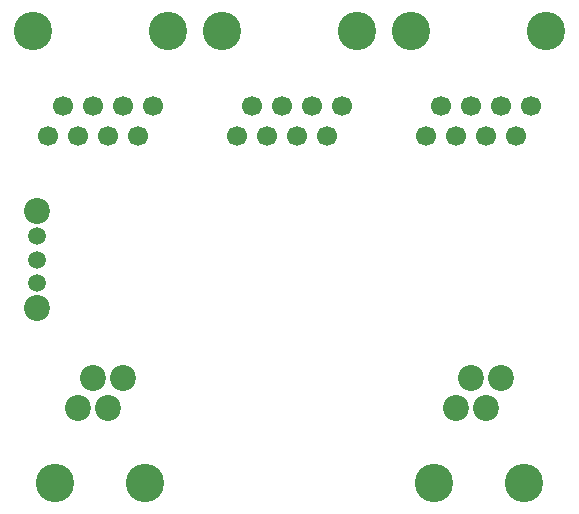
<source format=gbr>
G04 DipTrace 3.0.0.0*
G04 BottomMask.gbr*
%MOIN*%
G04 #@! TF.FileFunction,Soldermask,Bot*
G04 #@! TF.Part,Single*
%ADD38C,0.059055*%
%ADD41C,0.127953*%
%ADD46C,0.086614*%
%ADD49C,0.066929*%
%FSLAX26Y26*%
G04*
G70*
G90*
G75*
G01*
G04 BotMask*
%LPD*%
D49*
X2165105Y1939764D3*
X2115105Y1839764D3*
X2065105Y1939764D3*
X2015105Y1839764D3*
X1965105Y1939764D3*
X1915105Y1839764D3*
X1865105Y1939764D3*
X1815105Y1839764D3*
D41*
X2215105Y2189764D3*
X1765105D3*
D49*
X904630Y1939764D3*
X854630Y1839764D3*
X804630Y1939764D3*
X754630Y1839764D3*
X704630Y1939764D3*
X654630Y1839764D3*
X604630Y1939764D3*
X554630Y1839764D3*
D41*
X954630Y2189764D3*
X504630D3*
D49*
X1535241Y1939764D3*
X1485241Y1839764D3*
X1435241Y1939764D3*
X1385241Y1839764D3*
X1335241Y1939764D3*
X1285241Y1839764D3*
X1235241Y1939764D3*
X1185241Y1839764D3*
D41*
X1585241Y2189764D3*
X1135241D3*
D38*
X517999Y1348715D3*
Y1427455D3*
Y1506196D3*
D46*
Y1266038D3*
Y1588873D3*
X654646Y934252D3*
X704646Y1034252D3*
X754646Y934252D3*
X804646Y1034252D3*
D41*
X879665Y684262D3*
X579665Y684261D3*
D46*
X1915118Y934252D3*
X1965118Y1034252D3*
X2015118Y934252D3*
X2065118Y1034252D3*
D41*
X2140138Y684262D3*
X1840138Y684261D3*
M02*

</source>
